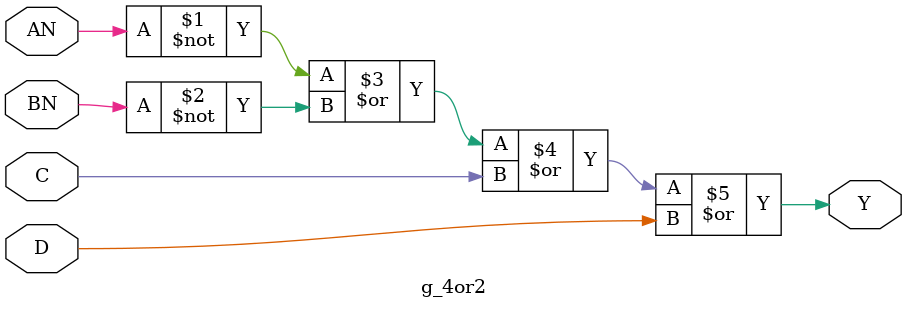
<source format=v>
module g_4or2 (Y, AN, BN, C, D);

   input AN, BN, C, D;
   output Y;

   or (Y, ~AN, ~BN, C, D);

endmodule // g_4or2

</source>
